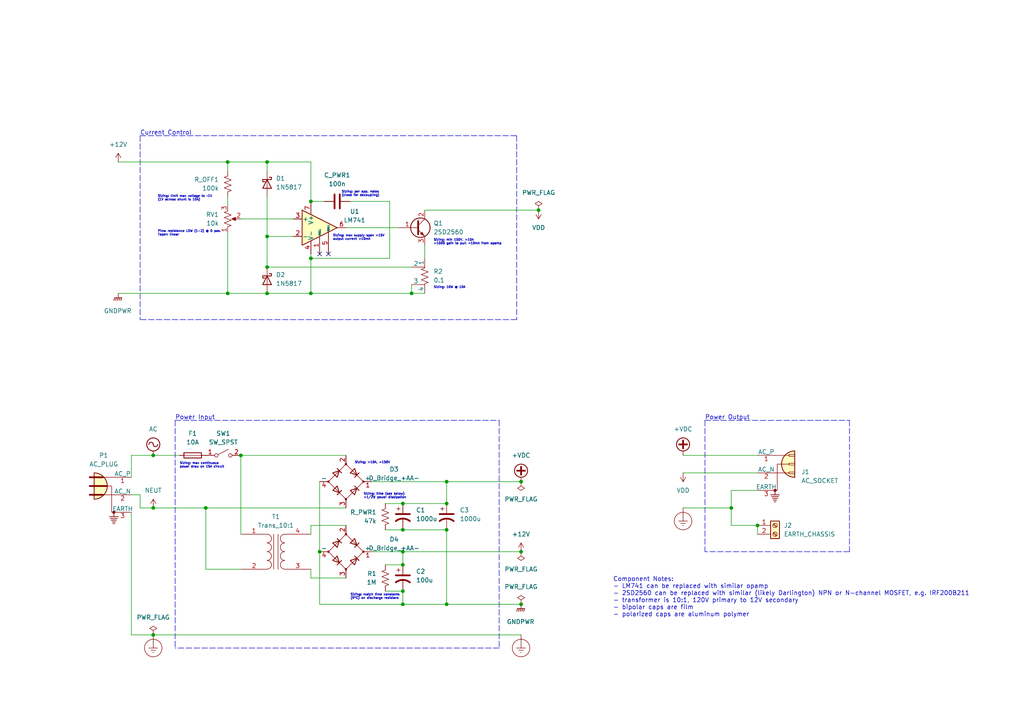
<source format=kicad_sch>
(kicad_sch (version 20211123) (generator eeschema)
  (paper "A4")
  (lib_symbols
    (symbol "Amplifier_Operational:LM741" (pin_names (offset 0.127))
      (property "Reference" "U" (at 0 6.35 0))
      (property "Value" "LM741" (at 0 3.81 0))
      (symbol "LM741_0_1"
        (polyline (pts (xy -5.08 5.08) (xy 5.08 0) (xy -5.08 -5.08) (xy -5.08 5.08)) (stroke (width 0.254)) (fill (type background)))
      )
      (symbol "LM741_1_1"
        (pin input line (at 0 -7.62 90) (length 5.08) (name "NULL") (number "1"))
        (pin input line (at -7.62 -2.54 0) (length 2.54) (name "-") (number "2"))
        (pin input line (at -7.62 2.54 0) (length 2.54) (name "+") (number "3"))
        (pin power_in line (at -2.54 -7.62 90) (length 3.81) (name "V-") (number "4"))
        (pin input line (at 2.54 -7.62 90) (length 6.35) (name "NULL") (number "5"))
        (pin output line (at 7.62 0 180) (length 2.54) (name "~") (number "6"))
        (pin power_in line (at -2.54 7.62 270) (length 3.81) (name "V+") (number "7"))
        (pin no_connect line (at 0 2.54 270) (length 2.54) hide (name "NC") (number "8"))
      )
    )
    (symbol "Connector:Conn_WallPlug_Earth" (pin_names (offset 0))
      (property "Reference" "P" (at 0 3.81 0))
      (property "Value" "Conn_WallPlug_Earth" (at -5.08 0 90))
      (symbol "Conn_WallPlug_Earth_0_1"
        (arc (start -3.175 -3.81) (mid 0.635 0) (end -3.175 3.81) (stroke (width 0.254)) (fill (type background)))
        (polyline (pts (xy -4.445 -2.54) (xy -0.635 -2.54)) (stroke (width 0.508)))
        (polyline (pts (xy -4.445 0) (xy 0.508 0)) (stroke (width 0.508)))
        (polyline (pts (xy -4.445 2.54) (xy -0.635 2.54)) (stroke (width 0.508)))
        (polyline (pts (xy -3.175 -3.81) (xy -3.175 3.81)) (stroke (width 0.254)))
        (polyline (pts (xy -0.635 -2.54) (xy 2.54 -2.54)))
        (polyline (pts (xy -0.635 2.54) (xy 2.54 2.54)))
        (polyline (pts (xy 1.524 -9.398) (xy 3.556 -9.398)) (stroke (width 0.2032)))
        (polyline (pts (xy 1.778 -9.906) (xy 3.302 -9.906)) (stroke (width 0.2032)))
        (polyline (pts (xy 2.032 -10.414) (xy 3.048 -10.414)) (stroke (width 0.2032)))
        (polyline (pts (xy 2.286 -10.922) (xy 2.794 -10.922)) (stroke (width 0.2032)))
        (polyline (pts (xy 2.54 -7.62) (xy 2.54 -8.89)) (stroke (width 0.2032)))
        (polyline (pts (xy 3.81 -8.89) (xy 1.27 -8.89)) (stroke (width 0.2032)))
        (polyline (pts (xy 2.54 -7.62) (xy 1.905 -7.62) (xy 1.905 0) (xy -4.445 0)))
        (circle (center 2.54 -7.62) (radius 0.3556) (fill (type outline)))
      )
      (symbol "Conn_WallPlug_Earth_1_1"
        (pin power_out line (at 7.62 2.54 180) (length 5.08) (name "AC_P") (number "1"))
        (pin power_out line (at 7.62 -2.54 180) (length 5.08) (name "AC_N") (number "2"))
        (pin passive line (at 7.62 -7.62 180) (length 5.08) (name "EARTH") (number "3"))
      )
    )
    (symbol "Connector:Conn_WallSocket_Earth" (pin_names (offset 0))
      (property "Reference" "J" (at 3.81 6.985 0))
      (property "Value" "Conn_WallSocket_Earth" (at 7.62 2.54 90))
      (symbol "Conn_WallSocket_Earth_0_1"
        (circle (center 0 -5.08) (radius 0.3556) (fill (type outline)))
        (polyline (pts (xy -1.27 -6.35) (xy 1.27 -6.35)) (stroke (width 0.2032)))
        (polyline (pts (xy 0 -5.08) (xy 0 -6.35)) (stroke (width 0.2032)))
        (polyline (pts (xy 0.254 -8.382) (xy -0.254 -8.382)) (stroke (width 0.2032)))
        (polyline (pts (xy 0.508 -7.874) (xy -0.508 -7.874)) (stroke (width 0.2032)))
        (polyline (pts (xy 0.762 -7.366) (xy -0.762 -7.366)) (stroke (width 0.2032)))
        (polyline (pts (xy 1.016 -6.858) (xy -1.016 -6.858)) (stroke (width 0.2032)))
        (polyline (pts (xy 4.064 0) (xy 0 0)))
        (polyline (pts (xy 4.064 5.08) (xy 0 5.08)))
        (polyline (pts (xy 5.715 -1.27) (xy 5.715 6.35)) (stroke (width 0.254)))
        (polyline (pts (xy 0 -5.08) (xy 0.635 -5.08) (xy 0.635 2.54) (xy 4.064 2.54)))
        (rectangle (start 5.715 -0.254) (end 4.064 0.254))
        (rectangle (start 5.715 2.286) (end 4.064 2.794))
        (rectangle (start 5.715 4.826) (end 4.064 5.334))
        (arc (start 5.715 6.35) (mid 1.905 2.54) (end 5.715 -1.27) (stroke (width 0.254)) (fill (type background)))
      )
      (symbol "Conn_WallSocket_Earth_1_1"
        (pin power_in line (at -5.08 5.08 0) (length 5.08) (name "AC_P") (number "1"))
        (pin power_in line (at -5.08 0 0) (length 5.08) (name "AC_N") (number "2"))
        (pin passive line (at -5.08 -5.08 0) (length 5.08) (name "EARTH") (number "3"))
      )
    )
    (symbol "Connector:Screw_Terminal_01x02" (pin_names (offset 1.016) hide)
      (property "Reference" "J" (at 0 2.54 0))
      (property "Value" "Screw_Terminal_01x02" (at 0 -5.08 0))
      (symbol "Screw_Terminal_01x02_1_1"
        (rectangle (start -1.27 1.27) (end 1.27 -3.81) (stroke (width 0.254)) (fill (type background)))
        (circle (center 0 -2.54) (radius 0.635) (stroke (width 0.1524)))
        (polyline (pts (xy -0.5334 -2.2098) (xy 0.3302 -3.048)) (stroke (width 0.1524)))
        (polyline (pts (xy -0.5334 0.3302) (xy 0.3302 -0.508)) (stroke (width 0.1524)))
        (polyline (pts (xy -0.3556 -2.032) (xy 0.508 -2.8702)) (stroke (width 0.1524)))
        (polyline (pts (xy -0.3556 0.508) (xy 0.508 -0.3302)) (stroke (width 0.1524)))
        (circle (center 0 0) (radius 0.635) (stroke (width 0.1524)))
        (pin passive line (at -5.08 0 0) (length 3.81) (name "Pin_1") (number "1"))
        (pin passive line (at -5.08 -2.54 0) (length 3.81) (name "Pin_2") (number "2"))
      )
    )
    (symbol "Device:C" (pin_numbers hide) (pin_names (offset 0.254))
      (property "Reference" "C" (at 0.635 2.54 0))
      (property "Value" "C" (at 0.635 -2.54 0))
      (symbol "C_0_1"
        (polyline (pts (xy -2.032 -0.762) (xy 2.032 -0.762)) (stroke (width 0.508)))
        (polyline (pts (xy -2.032 0.762) (xy 2.032 0.762)) (stroke (width 0.508)))
      )
      (symbol "C_1_1"
        (pin passive line (at 0 3.81 270) (length 2.794) (name "~") (number "1"))
        (pin passive line (at 0 -3.81 90) (length 2.794) (name "~") (number "2"))
      )
    )
    (symbol "Device:C_Polarized_US" (pin_numbers hide) (pin_names (offset 0.254) hide)
      (property "Reference" "C" (at 0.635 2.54 0))
      (property "Value" "C_Polarized_US" (at 0.635 -2.54 0))
      (symbol "C_Polarized_US_0_1"
        (polyline (pts (xy -2.032 0.762) (xy 2.032 0.762)) (stroke (width 0.508)))
        (polyline (pts (xy -1.778 2.286) (xy -0.762 2.286)))
        (polyline (pts (xy -1.27 1.778) (xy -1.27 2.794)))
        (arc (start 2.032 -1.27) (mid 0 -0.5572) (end -2.032 -1.27) (stroke (width 0.508)))
      )
      (symbol "C_Polarized_US_1_1"
        (pin passive line (at 0 3.81 270) (length 2.794) (name "~") (number "1"))
        (pin passive line (at 0 -3.81 90) (length 3.302) (name "~") (number "2"))
      )
    )
    (symbol "Device:D_Bridge_+AA-" (pin_names (offset 0))
      (property "Reference" "D" (at 2.54 6.985 0))
      (property "Value" "D_Bridge_+AA-" (at 2.54 5.08 0))
      (symbol "D_Bridge_+AA-_0_1"
        (circle (center -5.08 0) (radius 0.254) (fill (type outline)))
        (circle (center 0 -5.08) (radius 0.254) (fill (type outline)))
        (polyline (pts (xy -2.54 3.81) (xy -1.27 2.54)) (stroke (width 0.254)))
        (polyline (pts (xy -1.27 -2.54) (xy -2.54 -3.81)) (stroke (width 0.254)))
        (polyline (pts (xy 2.54 -1.27) (xy 3.81 -2.54)) (stroke (width 0.254)))
        (polyline (pts (xy 2.54 1.27) (xy 3.81 2.54)) (stroke (width 0.254)))
        (polyline (pts (xy -3.81 2.54) (xy -2.54 1.27) (xy -1.905 3.175) (xy -3.81 2.54)) (stroke (width 0.254)))
        (polyline (pts (xy -2.54 -1.27) (xy -3.81 -2.54) (xy -1.905 -3.175) (xy -2.54 -1.27)) (stroke (width 0.254)))
        (polyline (pts (xy 1.27 2.54) (xy 2.54 3.81) (xy 3.175 1.905) (xy 1.27 2.54)) (stroke (width 0.254)))
        (polyline (pts (xy 3.175 -1.905) (xy 1.27 -2.54) (xy 2.54 -3.81) (xy 3.175 -1.905)) (stroke (width 0.254)))
        (polyline (pts (xy -5.08 0) (xy 0 -5.08) (xy 5.08 0) (xy 0 5.08) (xy -5.08 0)))
        (circle (center 0 5.08) (radius 0.254) (fill (type outline)))
        (circle (center 5.08 0) (radius 0.254) (fill (type outline)))
      )
      (symbol "D_Bridge_+AA-_1_1"
        (pin passive line (at 7.62 0 180) (length 2.54) (name "+") (number "1"))
        (pin passive line (at 0 7.62 270) (length 2.54) (name "~") (number "2"))
        (pin passive line (at 0 -7.62 90) (length 2.54) (name "~") (number "3"))
        (pin passive line (at -7.62 0 0) (length 2.54) (name "-") (number "4"))
      )
    )
    (symbol "Device:Fuse" (pin_numbers hide) (pin_names (offset 0))
      (property "Reference" "F" (at 2.032 0 90))
      (property "Value" "Fuse" (at -1.905 0 90))
      (symbol "Fuse_0_1"
        (rectangle (start -0.762 -2.54) (end 0.762 2.54) (stroke (width 0.254)))
        (polyline (pts (xy 0 2.54) (xy 0 -2.54)))
      )
      (symbol "Fuse_1_1"
        (pin passive line (at 0 3.81 270) (length 1.27) (name "~") (number "1"))
        (pin passive line (at 0 -3.81 90) (length 1.27) (name "~") (number "2"))
      )
    )
    (symbol "Device:R_Potentiometer_US" (pin_names (offset 1.016) hide)
      (property "Reference" "RV" (at -4.445 0 90))
      (property "Value" "R_Potentiometer_US" (at -2.54 0 90))
      (symbol "R_Potentiometer_US_0_1"
        (polyline (pts (xy 0 -2.286) (xy 0 -2.54)))
        (polyline (pts (xy 0 2.54) (xy 0 2.286)))
        (polyline (pts (xy 2.54 0) (xy 1.524 0)))
        (polyline (pts (xy 1.143 0) (xy 2.286 0.508) (xy 2.286 -0.508) (xy 1.143 0)) (fill (type outline)))
        (polyline (pts (xy 0 -0.762) (xy 1.016 -1.143) (xy 0 -1.524) (xy -1.016 -1.905) (xy 0 -2.286)))
        (polyline (pts (xy 0 0.762) (xy 1.016 0.381) (xy 0 0) (xy -1.016 -0.381) (xy 0 -0.762)))
        (polyline (pts (xy 0 2.286) (xy 1.016 1.905) (xy 0 1.524) (xy -1.016 1.143) (xy 0 0.762)))
      )
      (symbol "R_Potentiometer_US_1_1"
        (pin passive line (at 0 3.81 270) (length 1.27) (name "1") (number "1"))
        (pin passive line (at 3.81 0 180) (length 1.27) (name "2") (number "2"))
        (pin passive line (at 0 -3.81 90) (length 1.27) (name "3") (number "3"))
      )
    )
    (symbol "Device:R_Shunt_US" (pin_numbers hide) (pin_names (offset 0))
      (property "Reference" "R" (at -5.08 0 90))
      (property "Value" "R_Shunt_US" (at -3.048 0 90))
      (symbol "R_Shunt_US_1_1"
        (polyline (pts (xy 0 -2.54) (xy 1.27 -2.54)))
        (polyline (pts (xy 0 -2.286) (xy 0 -2.54)))
        (polyline (pts (xy 0 2.286) (xy 0 2.54)))
        (polyline (pts (xy 1.27 2.54) (xy 0 2.54)))
        (polyline (pts (xy 0 -0.762) (xy 1.016 -1.143) (xy 0 -1.524) (xy -1.016 -1.905) (xy 0 -2.286)))
        (polyline (pts (xy 0 0.762) (xy 1.016 0.381) (xy 0 0) (xy -1.016 -0.381) (xy 0 -0.762)))
        (polyline (pts (xy 0 2.286) (xy 1.016 1.905) (xy 0 1.524) (xy -1.016 1.143) (xy 0 0.762)))
        (pin passive line (at 0 5.08 270) (length 2.54) (name "1") (number "1"))
        (pin passive line (at 3.81 2.54 180) (length 2.54) (name "2") (number "2"))
        (pin passive line (at 3.81 -2.54 180) (length 2.54) (name "3") (number "3"))
        (pin passive line (at 0 -5.08 90) (length 2.54) (name "4") (number "4"))
      )
    )
    (symbol "Device:R_US" (pin_numbers hide) (pin_names (offset 0))
      (property "Reference" "R" (at 2.54 0 90))
      (property "Value" "R_US" (at -2.54 0 90))
      (symbol "R_US_0_1"
        (polyline (pts (xy 0 -2.286) (xy 0 -2.54)))
        (polyline (pts (xy 0 2.286) (xy 0 2.54)))
        (polyline (pts (xy 0 -0.762) (xy 1.016 -1.143) (xy 0 -1.524) (xy -1.016 -1.905) (xy 0 -2.286)))
        (polyline (pts (xy 0 0.762) (xy 1.016 0.381) (xy 0 0) (xy -1.016 -0.381) (xy 0 -0.762)))
        (polyline (pts (xy 0 2.286) (xy 1.016 1.905) (xy 0 1.524) (xy -1.016 1.143) (xy 0 0.762)))
      )
      (symbol "R_US_1_1"
        (pin passive line (at 0 3.81 270) (length 1.27) (name "~") (number "1"))
        (pin passive line (at 0 -3.81 90) (length 1.27) (name "~") (number "2"))
      )
    )
    (symbol "Device:Transformer_1P_1S" (pin_names (offset 1.016) hide)
      (property "Reference" "T" (at 0 6.35 0))
      (property "Value" "Transformer_1P_1S" (at 0 -7.62 0))
      (symbol "Transformer_1P_1S_0_1"
        (arc (start -2.54 -5.0546) (mid -1.6599 -4.6901) (end -1.27 -3.81))
        (arc (start -2.54 -2.5146) (mid -1.6599 -2.1501) (end -1.27 -1.27))
        (arc (start -2.54 0.0254) (mid -1.6599 0.3899) (end -1.27 1.27))
        (arc (start -2.54 2.5654) (mid -1.6599 2.9299) (end -1.27 3.81))
        (arc (start -1.27 -3.81) (mid -1.642 -2.912) (end -2.54 -2.54))
        (arc (start -1.27 -1.27) (mid -1.642 -0.372) (end -2.54 0))
        (arc (start -1.27 1.27) (mid -1.642 2.168) (end -2.54 2.54))
        (arc (start -1.27 3.81) (mid -1.642 4.708) (end -2.54 5.08))
        (polyline (pts (xy -0.635 5.08) (xy -0.635 -5.08)))
        (polyline (pts (xy 0.635 -5.08) (xy 0.635 5.08)))
        (arc (start 1.2954 -1.27) (mid 1.6599 -2.1501) (end 2.54 -2.5146))
        (arc (start 1.2954 1.27) (mid 1.6599 0.3899) (end 2.54 0.0254))
        (arc (start 1.2954 3.81) (mid 1.6599 2.9299) (end 2.54 2.5654))
        (arc (start 1.3208 -3.81) (mid 1.6853 -4.6901) (end 2.5654 -5.0546))
        (arc (start 2.54 0) (mid 1.642 -0.372) (end 1.2954 -1.27))
        (arc (start 2.54 2.54) (mid 1.642 2.168) (end 1.2954 1.27))
        (arc (start 2.54 5.08) (mid 1.642 4.708) (end 1.2954 3.81))
        (arc (start 2.5654 -2.54) (mid 1.6674 -2.912) (end 1.3208 -3.81))
      )
      (symbol "Transformer_1P_1S_1_1"
        (pin passive line (at -10.16 5.08 0) (length 7.62) (name "AA") (number "1"))
        (pin passive line (at -10.16 -5.08 0) (length 7.62) (name "AB") (number "2"))
        (pin passive line (at 10.16 -5.08 180) (length 7.62) (name "SA") (number "3"))
        (pin passive line (at 10.16 5.08 180) (length 7.62) (name "SB") (number "4"))
      )
    )
    (symbol "Diode:1N5817" (pin_numbers hide) (pin_names (offset 1.016) hide)
      (property "Reference" "D" (at 0 2.54 0))
      (property "Value" "1N5817" (at 0 -2.54 0))
      (symbol "1N5817_0_1"
        (polyline (pts (xy 1.27 0) (xy -1.27 0)))
        (polyline (pts (xy 1.27 1.27) (xy 1.27 -1.27) (xy -1.27 0) (xy 1.27 1.27)) (stroke (width 0.254)))
        (polyline (pts (xy -1.905 0.635) (xy -1.905 1.27) (xy -1.27 1.27) (xy -1.27 -1.27) (xy -0.635 -1.27) (xy -0.635 -0.635)) (stroke (width 0.254)))
      )
      (symbol "1N5817_1_1"
        (pin passive line (at -3.81 0 0) (length 2.54) (name "K") (number "1"))
        (pin passive line (at 3.81 0 180) (length 2.54) (name "A") (number "2"))
      )
    )
    (symbol "Switch:SW_SPST" (pin_names (offset 0) hide)
      (property "Reference" "SW" (at 0 3.175 0))
      (property "Value" "SW_SPST" (at 0 -2.54 0))
      (symbol "SW_SPST_0_0"
        (circle (center -2.032 0) (radius 0.508))
        (polyline (pts (xy -1.524 0.254) (xy 1.524 1.778)))
        (circle (center 2.032 0) (radius 0.508))
      )
      (symbol "SW_SPST_1_1"
        (pin passive line (at -5.08 0 0) (length 2.54) (name "A") (number "1"))
        (pin passive line (at 5.08 0 180) (length 2.54) (name "B") (number "2"))
      )
    )
    (symbol "Transistor_BJT:2SD1047" (pin_names (offset 0) hide)
      (property "Reference" "Q" (at 6.35 1.905 0))
      (property "Value" "2SD1047" (at 6.35 0 0))
      (symbol "2SD1047_0_1"
        (polyline (pts (xy 0 0) (xy 0.762 0)))
        (polyline (pts (xy 0.635 0.635) (xy 2.54 2.54)))
        (polyline (pts (xy 0.635 -0.635) (xy 2.54 -2.54) (xy 2.54 -2.54)))
        (polyline (pts (xy 0.635 1.905) (xy 0.635 -1.905) (xy 0.635 -1.905)) (stroke (width 0.508)))
        (polyline (pts (xy 1.27 -1.778) (xy 1.778 -1.27) (xy 2.286 -2.286) (xy 1.27 -1.778) (xy 1.27 -1.778)) (fill (type outline)))
        (circle (center 1.27 0) (radius 2.8194) (stroke (width 0.254)))
      )
      (symbol "2SD1047_1_1"
        (pin input line (at -5.08 0 0) (length 5.08) (name "B") (number "1"))
        (pin passive line (at 2.54 5.08 270) (length 2.54) (name "C") (number "2"))
        (pin passive line (at 2.54 -5.08 90) (length 2.54) (name "E") (number "3"))
      )
    )
    (symbol "power:+12V" (power) (pin_names (offset 0))
      (property "Value" "+12V" (at 0 3.556 0))
      (symbol "+12V_0_1"
        (polyline (pts (xy -0.762 1.27) (xy 0 2.54)))
        (polyline (pts (xy 0 0) (xy 0 2.54)))
        (polyline (pts (xy 0 2.54) (xy 0.762 1.27)))
      )
      (symbol "+12V_1_1"
        (pin power_in line (at 0 0 90) (length 0) hide (name "+12V") (number "1"))
      )
    )
    (symbol "power:+VDC" (power) (pin_names (offset 0))
      (property "Value" "+VDC" (at 0 6.35 0))
      (symbol "+VDC_0_1"
        (polyline (pts (xy -1.143 3.175) (xy 1.143 3.175)) (stroke (width 0.508)))
        (polyline (pts (xy 0 0) (xy 0 1.27)))
        (polyline (pts (xy 0 2.032) (xy 0 4.318)) (stroke (width 0.508)))
        (circle (center 0 3.175) (radius 1.905) (stroke (width 0.254)))
      )
      (symbol "+VDC_1_1"
        (pin power_in line (at 0 0 90) (length 0) hide (name "+VDC") (number "1"))
      )
    )
    (symbol "power:AC" (power) (pin_names (offset 0))
      (property "Value" "AC" (at 0 6.35 0))
      (symbol "AC_0_1"
        (polyline (pts (xy 0 0) (xy 0 1.27)))
        (arc (start 0 3.175) (mid -0.635 3.81) (end -1.27 3.175) (stroke (width 0.254)))
        (arc (start 0 3.175) (mid 0.635 2.54) (end 1.27 3.175) (stroke (width 0.254)))
        (circle (center 0 3.175) (radius 1.905) (stroke (width 0.254)))
      )
      (symbol "AC_1_1"
        (pin power_in line (at 0 0 90) (length 0) hide (name "AC") (number "1"))
      )
    )
    (symbol "power:Earth_Protective" (power) (pin_names (offset 0))
      (symbol "Earth_Protective_0_1"
        (circle (center 0 -3.81) (radius 2.54))
        (polyline (pts (xy -0.635 -4.445) (xy 0.635 -4.445)))
        (polyline (pts (xy -0.127 -5.08) (xy 0.127 -5.08)))
        (polyline (pts (xy 0 -3.81) (xy 0 0)))
        (polyline (pts (xy 1.27 -3.81) (xy -1.27 -3.81)))
      )
      (symbol "Earth_Protective_1_1"
        (pin power_in line (at 0 0 270) (length 0) hide (name "Earth_Protective") (number "1"))
      )
    )
    (symbol "power:GNDPWR" (power) (pin_names (offset 0))
      (property "Value" "GNDPWR" (at 0 -3.302 0))
      (symbol "GNDPWR_0_1"
        (polyline (pts (xy 0 -1.27) (xy 0 0)))
        (polyline (pts (xy -1.016 -1.27) (xy -1.27 -2.032) (xy -1.27 -2.032)) (stroke (width 0.2032)))
        (polyline (pts (xy -0.508 -1.27) (xy -0.762 -2.032) (xy -0.762 -2.032)) (stroke (width 0.2032)))
        (polyline (pts (xy 0 -1.27) (xy -0.254 -2.032) (xy -0.254 -2.032)) (stroke (width 0.2032)))
        (polyline (pts (xy 0.508 -1.27) (xy 0.254 -2.032) (xy 0.254 -2.032)) (stroke (width 0.2032)))
        (polyline (pts (xy 1.016 -1.27) (xy -1.016 -1.27) (xy -1.016 -1.27)) (stroke (width 0.2032)))
        (polyline (pts (xy 1.016 -1.27) (xy 0.762 -2.032) (xy 0.762 -2.032) (xy 0.762 -2.032)) (stroke (width 0.2032)))
      )
      (symbol "GNDPWR_1_1"
        (pin power_in line (at 0 0 270) (length 0) hide (name "GNDPWR") (number "1"))
      )
    )
    (symbol "power:NEUT" (power) (pin_names (offset 0))
      (property "Value" "NEUT" (at 0 3.81 0))
      (symbol "NEUT_0_1"
        (polyline (pts (xy -0.762 1.27) (xy 0 2.54)))
        (polyline (pts (xy 0 0) (xy 0 2.54)))
        (polyline (pts (xy 0 2.54) (xy 0.762 1.27)))
      )
      (symbol "NEUT_1_1"
        (pin power_in line (at 0 0 90) (length 0) hide (name "NEUT") (number "1"))
      )
    )
    (symbol "power:PWR_FLAG" (power) (pin_numbers hide) (pin_names (offset 0) hide)
      (property "Value" "PWR_FLAG" (at 0 3.81 0))
      (symbol "PWR_FLAG_0_0"
        (pin power_out line (at 0 0 90) (length 0) (name "pwr") (number "1"))
      )
      (symbol "PWR_FLAG_0_1"
        (polyline (pts (xy 0 0) (xy 0 1.27) (xy -1.016 1.905) (xy 0 2.54) (xy 1.016 1.905) (xy 0 1.27)))
      )
    )
    (symbol "power:VDD" (power) (pin_names (offset 0))
      (property "Value" "VDD" (at 0 3.81 0))
      (symbol "VDD_0_1"
        (polyline (pts (xy -0.762 1.27) (xy 0 2.54)))
        (polyline (pts (xy 0 0) (xy 0 2.54)))
        (polyline (pts (xy 0 2.54) (xy 0.762 1.27)))
      )
      (symbol "VDD_1_1"
        (pin power_in line (at 0 0 90) (length 0) hide (name "VDD") (number "1"))
      )
    )
  )
  (junction (at 151.13 160.02))
  (junction (at 219.71 152.4))
  (junction (at 66.04 85.09))
  (junction (at 90.17 74.93))
  (junction (at 151.13 175.26))
  (junction (at 77.47 46.99))
  (junction (at 90.17 85.09))
  (junction (at 44.45 184.15))
  (junction (at 90.17 58.42))
  (junction (at 119.38 85.09))
  (junction (at 129.54 146.05))
  (junction (at 129.54 153.67))
  (junction (at 212.09 147.32))
  (junction (at 66.04 46.99))
  (junction (at 129.54 175.26))
  (junction (at 77.47 77.47))
  (junction (at 151.13 139.7))
  (junction (at 44.45 147.32))
  (junction (at 116.84 163.83))
  (junction (at 59.69 147.32))
  (junction (at 116.84 160.02))
  (junction (at 116.84 171.45))
  (junction (at 116.84 146.05))
  (junction (at 116.84 153.67))
  (junction (at 92.71 160.02))
  (junction (at 69.85 132.08))
  (junction (at 77.47 68.58))
  (junction (at 156.21 60.96))
  (junction (at 129.54 139.7))
  (junction (at 116.84 175.26))
  (junction (at 77.47 85.09))
  (junction (at 44.45 132.08))
  (no_connect (at 92.71 73.66))
  (no_connect (at 95.25 73.66))
  (wire (pts (xy 219.71 152.4) (xy 219.71 154.94)))
  (wire (pts (xy 92.71 175.26) (xy 92.71 160.02)))
  (wire (pts (xy 38.1 132.08) (xy 38.1 138.43)))
  (wire (pts (xy 77.47 46.99) (xy 90.17 46.99)))
  (wire (pts (xy 66.04 85.09) (xy 34.29 85.09)))
  (wire (pts (xy 129.54 175.26) (xy 151.13 175.26)))
  (wire (pts (xy 40.64 143.51) (xy 38.1 143.51)))
  (wire (pts (xy 38.1 184.15) (xy 44.45 184.15)))
  (polyline (pts (xy 204.47 121.92) (xy 246.38 121.92)))
  (polyline (pts (xy 144.78 121.92) (xy 144.78 187.96)))
  (wire (pts (xy 90.17 74.93) (xy 90.17 73.66)))
  (wire (pts (xy 129.54 139.7) (xy 151.13 139.7)))
  (wire (pts (xy 90.17 46.99) (xy 90.17 58.42)))
  (wire (pts (xy 116.84 160.02) (xy 116.84 163.83)))
  (wire (pts (xy 198.12 132.08) (xy 219.71 132.08)))
  (polyline (pts (xy 50.8 121.92) (xy 50.8 187.96)))
  (wire (pts (xy 66.04 57.15) (xy 66.04 59.69)))
  (wire (pts (xy 44.45 147.32) (xy 59.69 147.32)))
  (wire (pts (xy 77.47 85.09) (xy 90.17 85.09)))
  (wire (pts (xy 90.17 152.4) (xy 90.17 154.94)))
  (wire (pts (xy 116.84 160.02) (xy 151.13 160.02)))
  (wire (pts (xy 116.84 153.67) (xy 129.54 153.67)))
  (wire (pts (xy 111.76 146.05) (xy 116.84 146.05)))
  (wire (pts (xy 77.47 46.99) (xy 77.47 49.53)))
  (polyline (pts (xy 246.38 160.02) (xy 204.47 160.02)))
  (wire (pts (xy 100.33 152.4) (xy 90.17 152.4)))
  (wire (pts (xy 111.76 153.67) (xy 116.84 153.67)))
  (wire (pts (xy 69.85 132.08) (xy 69.85 154.94)))
  (wire (pts (xy 93.98 58.42) (xy 90.17 58.42)))
  (wire (pts (xy 90.17 85.09) (xy 119.38 85.09)))
  (wire (pts (xy 90.17 74.93) (xy 90.17 85.09)))
  (wire (pts (xy 90.17 165.1) (xy 90.17 167.64)))
  (wire (pts (xy 92.71 175.26) (xy 116.84 175.26)))
  (wire (pts (xy 69.85 165.1) (xy 59.69 165.1)))
  (wire (pts (xy 66.04 85.09) (xy 77.47 85.09)))
  (wire (pts (xy 40.64 147.32) (xy 44.45 147.32)))
  (wire (pts (xy 116.84 146.05) (xy 129.54 146.05)))
  (polyline (pts (xy 40.64 39.37) (xy 40.64 92.71)))
  (wire (pts (xy 77.47 68.58) (xy 85.09 68.58)))
  (wire (pts (xy 212.09 152.4) (xy 219.71 152.4)))
  (wire (pts (xy 198.12 137.16) (xy 219.71 137.16)))
  (polyline (pts (xy 246.38 121.92) (xy 246.38 160.02)))
  (wire (pts (xy 111.76 163.83) (xy 116.84 163.83)))
  (wire (pts (xy 90.17 167.64) (xy 100.33 167.64)))
  (wire (pts (xy 77.47 77.47) (xy 119.38 77.47)))
  (wire (pts (xy 44.45 132.08) (xy 52.07 132.08)))
  (wire (pts (xy 66.04 67.31) (xy 66.04 85.09)))
  (wire (pts (xy 77.47 57.15) (xy 77.47 68.58)))
  (wire (pts (xy 38.1 148.59) (xy 38.1 184.15)))
  (polyline (pts (xy 149.86 39.37) (xy 149.86 92.71)))
  (wire (pts (xy 198.12 147.32) (xy 212.09 147.32)))
  (polyline (pts (xy 50.8 121.92) (xy 144.78 121.92)))
  (wire (pts (xy 40.64 147.32) (xy 40.64 143.51)))
  (wire (pts (xy 69.85 132.08) (xy 100.33 132.08)))
  (wire (pts (xy 34.29 46.99) (xy 66.04 46.99)))
  (wire (pts (xy 111.76 171.45) (xy 116.84 171.45)))
  (wire (pts (xy 107.95 139.7) (xy 129.54 139.7)))
  (wire (pts (xy 123.19 74.93) (xy 123.19 71.12)))
  (wire (pts (xy 66.04 46.99) (xy 66.04 49.53)))
  (wire (pts (xy 116.84 171.45) (xy 116.84 175.26)))
  (polyline (pts (xy 149.86 92.71) (xy 40.64 92.71)))
  (wire (pts (xy 113.03 74.93) (xy 90.17 74.93)))
  (wire (pts (xy 119.38 82.55) (xy 119.38 85.09)))
  (wire (pts (xy 129.54 153.67) (xy 129.54 175.26)))
  (wire (pts (xy 113.03 58.42) (xy 113.03 74.93)))
  (wire (pts (xy 101.6 58.42) (xy 113.03 58.42)))
  (wire (pts (xy 59.69 147.32) (xy 100.33 147.32)))
  (wire (pts (xy 107.95 160.02) (xy 116.84 160.02)))
  (wire (pts (xy 59.69 147.32) (xy 59.69 165.1)))
  (wire (pts (xy 66.04 46.99) (xy 77.47 46.99)))
  (wire (pts (xy 116.84 175.26) (xy 129.54 175.26)))
  (wire (pts (xy 77.47 77.47) (xy 77.47 68.58)))
  (wire (pts (xy 212.09 142.24) (xy 212.09 147.32)))
  (wire (pts (xy 69.85 63.5) (xy 85.09 63.5)))
  (wire (pts (xy 115.57 66.04) (xy 100.33 66.04)))
  (wire (pts (xy 129.54 139.7) (xy 129.54 146.05)))
  (polyline (pts (xy 204.47 121.92) (xy 204.47 160.02)))
  (wire (pts (xy 123.19 60.96) (xy 156.21 60.96)))
  (polyline (pts (xy 144.78 187.96) (xy 50.8 187.96)))
  (wire (pts (xy 212.09 147.32) (xy 212.09 152.4)))
  (wire (pts (xy 212.09 142.24) (xy 219.71 142.24)))
  (wire (pts (xy 92.71 139.7) (xy 92.71 160.02)))
  (wire (pts (xy 44.45 184.15) (xy 151.13 184.15)))
  (wire (pts (xy 38.1 132.08) (xy 44.45 132.08)))
  (polyline (pts (xy 40.64 39.37) (xy 149.86 39.37)))
  (wire (pts (xy 119.38 85.09) (xy 123.19 85.09)))
  (text "Sizing: min 150V, >10A\n>1000 gain to pull <10mA from opamp" (at 125.73 71.12 0) (effects (font (size 0.635 0.635)) (justify left bottom)))
  (text "Component Notes:\n- LM741 can be replaced with similar opamp\n- 2SD2560 can be replaced with similar (likely Darlington) NPN or N-channel MOSFET, e.g. IRF200B211\n- transformer is 10:1, 120V primary to 12V secondary\n- bipolar caps are film\n- polarized caps are aluminum polymer" (at 177.8 179.07 0) (effects (font (size 1.27 1.27)) (justify left bottom)))
  (text "Sizing: max supply span >15V\noutput current >10mA" (at 96.52 69.85 0) (effects (font (size 0.635 0.635)) (justify left bottom)))
  (text "Power Output" (at 204.47 121.92 0) (effects (font (size 1.27 1.27)) (justify left bottom)))
  (text "Pins: resistance LOW (1-2) @ 0 pos.\nTaper: linear" (at 45.72 68.58 0) (effects (font (size 0.635 0.635)) (justify left bottom)))
  (text "Current Control\n" (at 40.64 39.37 0) (effects (font (size 1.27 1.27)) (justify left bottom)))
  (text "Power Input" (at 50.8 121.92 0) (effects (font (size 1.27 1.27)) (justify left bottom)))
  (text "Sizing: per app. notes\n(close for decoupling)" (at 99.06 57.15 0) (effects (font (size 0.635 0.635)) (justify left bottom)))
  (text "Sizing: match time constants\n(R*C) on discharge resistors" (at 101.6 173.99 0) (effects (font (size 0.635 0.635)) (justify left bottom)))
  (text "Sizing: >10A, >150V" (at 102.87 134.62 0) (effects (font (size 0.635 0.635)) (justify left bottom)))
  (text "Sizing: max continuous\npower draw on 15A circuit" (at 52.07 135.89 0) (effects (font (size 0.635 0.635)) (justify left bottom)))
  (text "Sizing: time (see below)\n>1/2W power dissipation" (at 105.41 144.78 0) (effects (font (size 0.635 0.635)) (justify left bottom)))
  (text "Sizing: 10W @ 10A" (at 125.73 83.82 0) (effects (font (size 0.635 0.635)) (justify left bottom)))
  (text "Sizing: limit max voltage to ~1V\n(1V across shunt is 10A)" (at 45.72 58.42 0) (effects (font (size 0.635 0.635)) (justify left bottom)))
  (symbol (lib_id "Connector:Screw_Terminal_01x02") (at 224.79 152.4 0) (unit 1)
    (property "Reference" "J2" (at 227.33 152.3999 0) (effects (justify left)))
    (property "Value" "EARTH_CHASSIS" (at 227.33 154.9399 0) (effects (justify left)))
  )
  (symbol (lib_id "power:GNDPWR") (at 151.13 175.26 0) (unit 1)
    (property "Reference" "#PWR08" (effects hide))
    (property "Value" "GNDPWR" (at 151.003 180.34 0))
  )
  (symbol (lib_id "Transistor_BJT:2SD1047") (at 120.65 66.04 0) (unit 1)
    (property "Reference" "Q1" (at 125.73 64.7699 0) (effects (justify left)))
    (property "Value" "2SD2560" (at 125.73 67.3099 0) (effects (justify left)))
    (property "Footprint" "Package_TO_SOT_THT:TO-3PB-3_Vertical" (effects hide))
    (property "Datasheet" "http://www.st.com/resource/en/datasheet/2sd1047.pdf" (effects hide))
  )
  (symbol (lib_id "power:PWR_FLAG") (at 151.13 160.02 0) (mirror x) (unit 1)
    (property "Reference" "#FLG03" (effects hide))
    (property "Value" "PWR_FLAG" (at 151.13 165.1 0))
  )
  (symbol (lib_id "power:PWR_FLAG") (at 151.13 175.26 0) (unit 1)
    (property "Reference" "#FLG04" (effects hide))
    (property "Value" "PWR_FLAG" (at 151.13 170.18 0))
  )
  (symbol (lib_id "Connector:Conn_WallPlug_Earth") (at 30.48 140.97 0) (unit 1)
    (property "Reference" "P1" (at 30.0863 132.08 0))
    (property "Value" "AC_PLUG" (at 30.0863 134.62 0))
  )
  (symbol (lib_id "power:AC") (at 44.45 132.08 0) (unit 1)
    (property "Reference" "#PWR03" (effects hide))
    (property "Value" "AC" (at 44.45 124.46 0))
  )
  (symbol (lib_id "Device:C_Polarized_US") (at 129.54 149.86 0) (unit 1)
    (property "Reference" "C3" (at 133.35 147.9549 0) (effects (justify left)))
    (property "Value" "1000u" (at 133.35 150.4949 0) (effects (justify left)))
  )
  (symbol (lib_id "Device:Fuse") (at 55.88 132.08 90) (unit 1)
    (property "Reference" "F1" (at 55.88 125.73 90))
    (property "Value" "10A" (at 55.88 128.27 90))
  )
  (symbol (lib_id "power:+VDC") (at 198.12 132.08 0) (unit 1)
    (property "Reference" "#PWR011" (effects hide))
    (property "Value" "+VDC" (at 198.12 124.46 0))
  )
  (symbol (lib_id "Device:R_US") (at 111.76 149.86 0) (mirror y) (unit 1)
    (property "Reference" "R_PWR1" (at 109.22 148.5899 0) (effects (justify left)))
    (property "Value" "47k" (at 109.22 151.1299 0) (effects (justify left)))
  )
  (symbol (lib_id "power:PWR_FLAG") (at 156.21 60.96 0) (unit 1)
    (property "Reference" "#FLG05" (effects hide))
    (property "Value" "PWR_FLAG" (at 156.21 55.88 0))
  )
  (symbol (lib_id "power:+12V") (at 151.13 160.02 0) (unit 1)
    (property "Reference" "#PWR07" (effects hide))
    (property "Value" "+12V" (at 151.13 154.94 0))
  )
  (symbol (lib_id "Device:R_US") (at 111.76 167.64 0) (mirror y) (unit 1)
    (property "Reference" "R1" (at 109.22 166.3699 0) (effects (justify left)))
    (property "Value" "1M" (at 109.22 168.9099 0) (effects (justify left)))
  )
  (symbol (lib_id "power:PWR_FLAG") (at 44.45 184.15 0) (unit 1)
    (property "Reference" "#FLG01" (effects hide))
    (property "Value" "PWR_FLAG" (at 44.45 179.07 0))
  )
  (symbol (lib_id "power:Earth_Protective") (at 44.45 184.15 0) (unit 1)
    (property "Reference" "#PWR05" (effects hide))
    (property "Value" "Earth_Protective" (effects hide))
  )
  (symbol (lib_id "Device:Transformer_1P_1S") (at 80.01 160.02 0) (unit 1)
    (property "Reference" "T1" (at 80.0227 149.86 0))
    (property "Value" "Trans_10:1" (at 80.0227 152.4 0))
  )
  (symbol (lib_id "power:PWR_FLAG") (at 151.13 139.7 0) (mirror x) (unit 1)
    (property "Reference" "#FLG02" (effects hide))
    (property "Value" "PWR_FLAG" (at 151.13 144.78 0))
  )
  (symbol (lib_id "Device:R_Shunt_US") (at 123.19 80.01 0) (mirror y) (unit 1)
    (property "Reference" "R2" (at 125.73 78.7399 0) (effects (justify right)))
    (property "Value" "0.1" (at 125.73 81.2799 0) (effects (justify right)))
  )
  (symbol (lib_id "Device:R_Potentiometer_US") (at 66.04 63.5 0) (mirror x) (unit 1)
    (property "Reference" "RV1" (at 63.5 62.2299 0) (effects (justify right)))
    (property "Value" "10k" (at 63.5 64.7699 0) (effects (justify right)))
  )
  (symbol (lib_id "Device:R_US") (at 66.04 53.34 0) (mirror y) (unit 1)
    (property "Reference" "R_OFF1" (at 63.5 52.0699 0) (effects (justify left)))
    (property "Value" "100k" (at 63.5 54.6099 0) (effects (justify left)))
  )
  (symbol (lib_id "Amplifier_Operational:LM741") (at 92.71 66.04 0) (unit 1)
    (property "Reference" "U1" (at 102.87 61.341 0))
    (property "Value" "LM741" (at 102.87 63.881 0))
    (property "Datasheet" "http://www.ti.com/lit/ds/symlink/lm741.pdf" (effects hide))
  )
  (symbol (lib_id "power:NEUT") (at 44.45 147.32 0) (unit 1)
    (property "Reference" "#PWR04" (effects hide))
    (property "Value" "NEUT" (at 44.45 142.24 0))
  )
  (symbol (lib_id "Diode:1N5817") (at 77.47 81.28 270) (unit 1)
    (property "Reference" "D2" (at 80.01 79.6924 90) (effects (justify left)))
    (property "Value" "1N5817" (at 80.01 82.2324 90) (effects (justify left)))
    (property "Footprint" "Diode_THT:D_DO-41_SOD81_P10.16mm_Horizontal" (effects hide))
    (property "Datasheet" "http://www.vishay.com/docs/88525/1n5817.pdf" (effects hide))
  )
  (symbol (lib_id "Device:C") (at 97.79 58.42 90) (unit 1)
    (property "Reference" "C_PWR1" (at 97.79 50.8 90))
    (property "Value" "100n" (at 97.79 53.34 90))
    (property "Footprint" "Capacitor_THT:C_Rect_L7.2mm_W2.5mm_P5.00mm_FKS2_FKP2_MKS2_MKP2" (effects hide))
  )
  (symbol (lib_id "Device:D_Bridge_+AA-") (at 100.33 160.02 0) (unit 1)
    (property "Reference" "D4" (at 114.3 156.4386 0))
    (property "Value" "D_Bridge_+AA-" (at 114.3 158.9786 0))
  )
  (symbol (lib_id "Switch:SW_SPST") (at 64.77 132.08 0) (unit 1)
    (property "Reference" "SW1" (at 64.77 125.73 0))
    (property "Value" "SW_SPST" (at 64.77 128.27 0))
  )
  (symbol (lib_id "power:Earth_Protective") (at 151.13 184.15 0) (unit 1)
    (property "Reference" "#PWR09" (effects hide))
    (property "Value" "Earth_Protective" (effects hide))
  )
  (symbol (lib_id "power:GNDPWR") (at 34.29 85.09 0) (unit 1)
    (property "Reference" "#PWR02" (effects hide))
    (property "Value" "GNDPWR" (at 34.163 90.17 0))
  )
  (symbol (lib_id "power:VDD") (at 156.21 60.96 0) (mirror x) (unit 1)
    (property "Reference" "#PWR010" (effects hide))
    (property "Value" "VDD" (at 156.21 66.04 0))
  )
  (symbol (lib_id "power:VDD") (at 198.12 137.16 0) (mirror x) (unit 1)
    (property "Reference" "#PWR012" (effects hide))
    (property "Value" "VDD" (at 198.12 142.24 0))
  )
  (symbol (lib_id "power:+12V") (at 34.29 46.99 0) (unit 1)
    (property "Reference" "#PWR01" (effects hide))
    (property "Value" "+12V" (at 34.29 41.91 0))
  )
  (symbol (lib_id "Connector:Conn_WallSocket_Earth") (at 224.79 137.16 0) (unit 1)
    (property "Reference" "J1" (at 232.41 136.8932 0) (effects (justify left)))
    (property "Value" "AC_SOCKET" (at 232.41 139.4332 0) (effects (justify left)))
  )
  (symbol (lib_id "Diode:1N5817") (at 77.47 53.34 270) (unit 1)
    (property "Reference" "D1" (at 80.01 51.7524 90) (effects (justify left)))
    (property "Value" "1N5817" (at 80.01 54.2924 90) (effects (justify left)))
    (property "Footprint" "Diode_THT:D_DO-41_SOD81_P10.16mm_Horizontal" (effects hide))
    (property "Datasheet" "http://www.vishay.com/docs/88525/1n5817.pdf" (effects hide))
  )
  (symbol (lib_id "Device:D_Bridge_+AA-") (at 100.33 139.7 0) (unit 1)
    (property "Reference" "D3" (at 114.3 136.1186 0))
    (property "Value" "D_Bridge_+AA-" (at 114.3 138.6586 0))
  )
  (symbol (lib_id "power:Earth_Protective") (at 198.12 147.32 0) (unit 1)
    (property "Reference" "#PWR013" (effects hide))
    (property "Value" "Earth_Protective" (effects hide))
  )
  (symbol (lib_id "Device:C_Polarized_US") (at 116.84 167.64 0) (unit 1)
    (property "Reference" "C2" (at 120.65 165.7349 0) (effects (justify left)))
    (property "Value" "100u" (at 120.65 168.2749 0) (effects (justify left)))
  )
  (symbol (lib_id "power:+VDC") (at 151.13 139.7 0) (unit 1)
    (property "Reference" "#PWR06" (effects hide))
    (property "Value" "+VDC" (at 151.13 132.08 0))
  )
  (symbol (lib_id "Device:C_Polarized_US") (at 116.84 149.86 0) (unit 1)
    (property "Reference" "C1" (at 120.65 147.9549 0) (effects (justify left)))
    (property "Value" "1000u" (at 120.65 150.4949 0) (effects (justify left)))
  )
)
</source>
